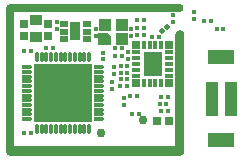
<source format=gts>
G04 Layer_Color=8388736*
%FSLAX25Y25*%
%MOIN*%
G70*
G01*
G75*
%ADD57R,0.01702X0.01781*%
G04:AMPARAMS|DCode=58|XSize=17.02mil|YSize=17.81mil|CornerRadius=0mil|HoleSize=0mil|Usage=FLASHONLY|Rotation=45.000|XOffset=0mil|YOffset=0mil|HoleType=Round|Shape=Rectangle|*
%AMROTATEDRECTD58*
4,1,4,0.00028,-0.01232,-0.01232,0.00028,-0.00028,0.01232,0.01232,-0.00028,0.00028,-0.01232,0.0*
%
%ADD58ROTATEDRECTD58*%

%ADD59R,0.02965X0.01981*%
%ADD60R,0.03359X0.06115*%
%ADD61R,0.01781X0.01702*%
%ADD62R,0.01981X0.01981*%
%ADD63R,0.04343X0.03950*%
%ADD64O,0.03359X0.01587*%
%ADD65O,0.01587X0.03359*%
%ADD66R,0.19304X0.19304*%
%ADD67R,0.02559X0.02559*%
%ADD68R,0.02559X0.01575*%
%ADD69R,0.01575X0.02559*%
%ADD70R,0.05906X0.07874*%
%ADD71R,0.03162X0.03162*%
%ADD72R,0.04343X0.03556*%
%ADD73R,0.03162X0.03162*%
%ADD74R,0.02769X0.03162*%
%ADD75O,0.59100X0.02600*%
%ADD76O,0.59200X0.03200*%
%ADD77O,0.03000X0.42000*%
%ADD78O,0.02800X0.50500*%
%ADD79R,0.08674X0.04737*%
%ADD80R,0.03950X0.11824*%
%ADD81C,0.03398*%
%ADD82C,0.03000*%
G36*
X35826Y40504D02*
Y37716D01*
X31483D01*
Y41651D01*
X34516Y41654D01*
X35826Y40504D01*
D02*
G37*
D57*
X66558Y45400D02*
D03*
X68842D02*
D03*
X39242Y36450D02*
D03*
X36958D02*
D03*
X54142Y17900D02*
D03*
X51858D02*
D03*
X52258Y20200D02*
D03*
X54542D02*
D03*
X44942Y14700D02*
D03*
X42658D02*
D03*
X41122Y30530D02*
D03*
X38838D02*
D03*
X54542Y15700D02*
D03*
X52258D02*
D03*
X41102Y23910D02*
D03*
X38818D02*
D03*
X44442Y20600D02*
D03*
X42158D02*
D03*
X46722Y45740D02*
D03*
X44438D02*
D03*
X8942Y8180D02*
D03*
X6658D02*
D03*
X39242Y34050D02*
D03*
X36958D02*
D03*
X44458Y43250D02*
D03*
X46742D02*
D03*
X44458Y40950D02*
D03*
X46742D02*
D03*
X6758Y35450D02*
D03*
X9042D02*
D03*
X13958Y36650D02*
D03*
X16242D02*
D03*
X49258Y40300D02*
D03*
X51542D02*
D03*
X73142Y42900D02*
D03*
X70858D02*
D03*
D58*
X52793Y42093D02*
D03*
X54407Y43707D02*
D03*
D59*
X27639Y41950D02*
D03*
Y39397D02*
D03*
Y44509D02*
D03*
X19961D02*
D03*
Y41950D02*
D03*
Y39397D02*
D03*
D60*
X23800Y42350D02*
D03*
D61*
X17600Y43008D02*
D03*
Y45292D02*
D03*
X42300Y40608D02*
D03*
Y42892D02*
D03*
X39900Y19942D02*
D03*
Y17658D02*
D03*
X36000Y25092D02*
D03*
Y22808D02*
D03*
X36700Y27808D02*
D03*
Y30092D02*
D03*
X32850Y32748D02*
D03*
Y35032D02*
D03*
X41300Y33008D02*
D03*
Y35292D02*
D03*
X38880Y28352D02*
D03*
Y26068D02*
D03*
X40990Y28362D02*
D03*
Y26078D02*
D03*
X30700Y40708D02*
D03*
Y42992D02*
D03*
X56500Y47442D02*
D03*
Y45158D02*
D03*
X63500Y48542D02*
D03*
Y46258D02*
D03*
D62*
X33646Y39686D02*
D03*
D63*
X39354D02*
D03*
Y44214D02*
D03*
X33646D02*
D03*
D64*
X7771Y30173D02*
D03*
Y28598D02*
D03*
Y27023D02*
D03*
Y25448D02*
D03*
Y23874D02*
D03*
Y22299D02*
D03*
Y20724D02*
D03*
Y19149D02*
D03*
Y17574D02*
D03*
Y16000D02*
D03*
Y14425D02*
D03*
Y12850D02*
D03*
X31590D02*
D03*
Y14425D02*
D03*
Y16000D02*
D03*
Y17574D02*
D03*
Y19149D02*
D03*
Y20724D02*
D03*
Y22299D02*
D03*
Y23874D02*
D03*
Y25448D02*
D03*
Y27023D02*
D03*
Y28598D02*
D03*
Y30173D02*
D03*
D65*
X11019Y9602D02*
D03*
X12594D02*
D03*
X14169D02*
D03*
X15743D02*
D03*
X17318D02*
D03*
X18893D02*
D03*
X20468D02*
D03*
X22043D02*
D03*
X23618D02*
D03*
X25192D02*
D03*
X26767D02*
D03*
X28342D02*
D03*
Y33421D02*
D03*
X26767D02*
D03*
X25192D02*
D03*
X23618D02*
D03*
X22043D02*
D03*
X20468D02*
D03*
X18893D02*
D03*
X17318D02*
D03*
X15743D02*
D03*
X14169D02*
D03*
X12594D02*
D03*
X11019D02*
D03*
D66*
X19681Y21511D02*
D03*
D67*
X54930Y24792D02*
D03*
Y37588D02*
D03*
X44103D02*
D03*
Y24792D02*
D03*
D68*
X54930Y27253D02*
D03*
Y29221D02*
D03*
Y31190D02*
D03*
Y33158D02*
D03*
Y35127D02*
D03*
X44103D02*
D03*
Y33158D02*
D03*
Y31190D02*
D03*
Y29221D02*
D03*
Y27253D02*
D03*
D69*
X52469Y37588D02*
D03*
X50501D02*
D03*
X48532D02*
D03*
X46564D02*
D03*
Y24792D02*
D03*
X48532D02*
D03*
X50501D02*
D03*
X52469D02*
D03*
D70*
X49517Y31190D02*
D03*
D71*
X55068Y12300D02*
D03*
X51131D02*
D03*
D72*
X10700Y40097D02*
D03*
Y46003D02*
D03*
D73*
X14800Y44618D02*
D03*
Y40681D02*
D03*
D74*
X6800Y40481D02*
D03*
Y44418D02*
D03*
D75*
X30300Y49900D02*
D03*
D76*
X30500Y2100D02*
D03*
D77*
X58800Y21700D02*
D03*
D78*
X2000Y26050D02*
D03*
D79*
X72500Y33500D02*
D03*
Y5941D02*
D03*
D80*
X69291Y19721D02*
D03*
X75709D02*
D03*
D81*
X12594Y28598D02*
D03*
X17318D02*
D03*
X22043D02*
D03*
X26767D02*
D03*
X12594Y23874D02*
D03*
X17318D02*
D03*
X22043D02*
D03*
X26767D02*
D03*
X12594Y19149D02*
D03*
X17318D02*
D03*
X22043D02*
D03*
X26767D02*
D03*
X12594Y14425D02*
D03*
X17318D02*
D03*
X22043D02*
D03*
X26767D02*
D03*
D82*
X32300Y8250D02*
D03*
X46300Y12400D02*
D03*
M02*

</source>
